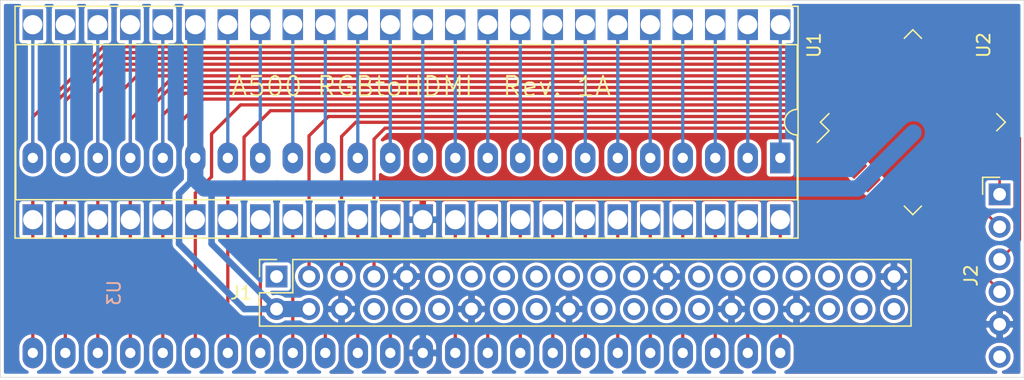
<source format=kicad_pcb>
(kicad_pcb (version 20171130) (host pcbnew "(5.1.6-0)")
  (layers (0 F.Cu signal) (31 B.Cu signal) (34 B.Paste user) (35 F.Paste user) (36 B.SilkS user) (37 F.SilkS user) (38 B.Mask user) (39 F.Mask user) (44 Edge.Cuts user))
  (net 0 "")
  (net 1 VCC)
  (net 2 D0)
  (net 3 D1)
  (net 4 D2)
  (net 5 D3)
  (net 6 D4)
  (net 7 D5)
  (net 8 D6)
  (net 9 BURST)
  (net 10 RGA1)
  (net 11 RGA2)
  (net 12 RGA3)
  (net 13 RGA4)
  (net 14 RGA5)
  (net 15 RGA6)
  (net 16 RGA7)
  (net 17 RGA8)
  (net 18 M0H)
  (net 19 M1H)
  (net 20 D7)
  (net 21 B0)
  (net 22 D8)
  (net 23 R3)
  (net 24 D9)
  (net 25 R2)
  (net 26 D10)
  (net 27 R1)
  (net 28 D11)
  (net 29 R0)
  (net 30 D12)
  (net 31 D13)
  (net 32 D14)
  (net 33 D15)
  (net 34 M1V)
  (net 35 M0V)
  (net 36 GND)
  (net 37 CCK)
  (net 38 C7M)
  (net 39 CDAC)
  (net 40 ZD)
  (net 41 CBL)
  (net 42 G3)
  (net 43 G2)
  (net 44 G1)
  (net 45 G0)
  (net 46 B3)
  (net 47 B2)
  (net 48 B1)
  (net 49 GPIO21)
  (net 50 GPIO20)
  (net 51 GPIO26)
  (net 52 GPIO16)
  (net 53 GPIO19)
  (net 54 GPIO13)
  (net 55 GPIO12)
  (net 56 GPIO6)
  (net 57 GPIO5)
  (net 58 GPIO1)
  (net 59 GPIO0)
  (net 60 GPIO7)
  (net 61 GPIO8)
  (net 62 GPIO11)
  (net 63 GPIO25)
  (net 64 GPIO9)
  (net 65 GPIO10)
  (net 66 GPIO24)
  (net 67 3V3)
  (net 68 GPIO23)
  (net 69 GPIO22)
  (net 70 GPIO27)
  (net 71 GPIO18)
  (net 72 GPIO17)
  (net 73 GPIO15)
  (net 74 GPIO14)
  (net 75 GPIO4)
  (net 76 GPIO3)
  (net 77 GPIO2)
  (net 78 "Net-(U2-Pad64)")
  (net 79 "Net-(U2-Pad63)")
  (net 80 "Net-(U2-Pad62)")
  (net 81 "Net-(U2-Pad61)")
  (net 82 "Net-(U2-Pad60)")
  (net 83 "Net-(U2-Pad59)")
  (net 84 "Net-(U2-Pad58)")
  (net 85 "Net-(U2-Pad57)")
  (net 86 "Net-(U2-Pad56)")
  (net 87 "Net-(U2-Pad52)")
  (net 88 "Net-(U2-Pad51)")
  (net 89 "Net-(U2-Pad50)")
  (net 90 "Net-(U2-Pad49)")
  (net 91 "Net-(U2-Pad48)")
  (net 92 "Net-(U2-Pad47)")
  (net 93 "Net-(U2-Pad46)")
  (net 94 "Net-(U2-Pad45)")
  (net 95 "Net-(U2-Pad44)")
  (net 96 "Net-(U2-Pad43)")
  (net 97 "Net-(U2-Pad42)")
  (net 98 "Net-(U2-Pad40)")
  (net 99 "Net-(U2-Pad39)")
  (net 100 "Net-(U2-Pad38)")
  (net 101 "Net-(U2-Pad36)")
  (net 102 "Net-(U2-Pad35)")
  (net 103 "Net-(U2-Pad34)")
  (net 104 "Net-(U2-Pad33)")
  (net 105 "Net-(U2-Pad32)")
  (net 106 "Net-(U2-Pad31)")
  (net 107 "Net-(U2-Pad27)")
  (net 108 "Net-(U2-Pad25)")
  (net 109 "Net-(U2-Pad24)")
  (net 110 "Net-(U2-Pad23)")
  (net 111 "Net-(U2-Pad22)")
  (net 112 "Net-(U2-Pad20)")
  (net 113 "Net-(U2-Pad19)")
  (net 114 "Net-(U2-Pad18)")
  (net 115 "Net-(U2-Pad17)")
  (net 116 "Net-(U2-Pad16)")
  (net 117 "Net-(U2-Pad15)")
  (net 118 "Net-(U2-Pad13)")
  (net 119 "Net-(U2-Pad12)")
  (net 120 "Net-(U2-Pad11)")
  (net 121 "Net-(U2-Pad10)")
  (net 122 "Net-(U2-Pad9)")
  (net 123 "Net-(U2-Pad8)")
  (net 124 "Net-(U2-Pad7)")
  (net 125 "Net-(U2-Pad6)")
  (net 126 "Net-(U2-Pad5)")
  (net 127 "Net-(U2-Pad4)")
  (net 128 "Net-(U2-Pad2)")
  (net 129 "Net-(U2-Pad1)")
  (net 130 TCK)
  (net 131 TDO)
  (net 132 TDI)
  (net 133 TMS)
  (net 134 "Net-(J1-Pad17)")
  (net 135 "Net-(J1-Pad1)")
  (module Connector_PinHeader_2.54mm:PinHeader_1x06_P2.54mm_Vertical (layer F.Cu) (at 205.105 90.9828)
    (fp_text reference J2 (at -2.2352 6.35 90) (layer F.SilkS))
    (fp_text value Conn_01x06 hide)
    (fp_line (start -1.33 -1.33) (end 0 -1.33) (layer F.SilkS) (width 0.12))
    (fp_line (start -1.33 0) (end -1.33 -1.33) (layer F.SilkS) (width 0.12))
    (pad 6 thru_hole oval (at 0 12.7) (size 1.7 1.7) (drill 1) (layers *.Cu *.Mask) (net 67 3V3))
    (pad 5 thru_hole oval (at 0 10.16) (size 1.7 1.7) (drill 1) (layers *.Cu *.Mask) (net 36 GND))
    (pad 4 thru_hole oval (at 0 7.62) (size 1.7 1.7) (drill 1) (layers *.Cu *.Mask) (net 130 TCK))
    (pad 3 thru_hole oval (at 0 5.08) (size 1.7 1.7) (drill 1) (layers *.Cu *.Mask) (net 131 TDO))
    (pad 2 thru_hole oval (at 0 2.54) (size 1.7 1.7) (drill 1) (layers *.Cu *.Mask) (net 132 TDI))
    (pad 1 thru_hole rect (at 0 0) (size 1.7 1.7) (drill 1) (layers *.Cu *.Mask) (net 133 TMS))
  )
  (module Package_QFP:TQFP-64_10x10mm_P0.5mm (layer F.Cu) (at 198.3232 85.344 45)
    (fp_text reference U2 (at 8.172033 -0.34125 90) (layer F.SilkS))
    (fp_text value XC9572XL-VQ64 hide)
    (fp_line (start -4.16 -5.11) (end -5.11 -5.11) (layer F.SilkS) (width 0.12))
    (fp_line (start -5.11 -5.11) (end -5.11 -4.16) (layer F.SilkS) (width 0.12))
    (fp_line (start 4.16 -5.11) (end 5.11 -5.11) (layer F.SilkS) (width 0.12))
    (fp_line (start 5.11 -5.11) (end 5.11 -4.16) (layer F.SilkS) (width 0.12))
    (fp_line (start -4.16 5.11) (end -5.11 5.11) (layer F.SilkS) (width 0.12))
    (fp_line (start -5.11 5.11) (end -5.11 4.16) (layer F.SilkS) (width 0.12))
    (fp_line (start 4.16 5.11) (end 5.11 5.11) (layer F.SilkS) (width 0.12))
    (fp_line (start 5.11 5.11) (end 5.11 4.16) (layer F.SilkS) (width 0.12))
    (fp_line (start -5.11 -4.16) (end -6.4 -4.16) (layer F.SilkS) (width 0.12))
    (pad 64 smd roundrect (at -3.75 -5.6625 45) (size 0.3 1.475) (layers F.Cu F.Paste F.Mask) (net 78 "Net-(U2-Pad64)"))
    (pad 63 smd roundrect (at -3.25 -5.6625 45) (size 0.3 1.475) (layers F.Cu F.Paste F.Mask) (net 79 "Net-(U2-Pad63)"))
    (pad 62 smd roundrect (at -2.75 -5.6625 45) (size 0.3 1.475) (layers F.Cu F.Paste F.Mask) (net 80 "Net-(U2-Pad62)"))
    (pad 61 smd roundrect (at -2.25 -5.6625 45) (size 0.3 1.475) (layers F.Cu F.Paste F.Mask) (net 81 "Net-(U2-Pad61)"))
    (pad 60 smd roundrect (at -1.75 -5.6625 45) (size 0.3 1.475) (layers F.Cu F.Paste F.Mask) (net 82 "Net-(U2-Pad60)"))
    (pad 59 smd roundrect (at -1.25 -5.6625 45) (size 0.3 1.475) (layers F.Cu F.Paste F.Mask) (net 83 "Net-(U2-Pad59)"))
    (pad 58 smd roundrect (at -0.75 -5.6625 45) (size 0.3 1.475) (layers F.Cu F.Paste F.Mask) (net 84 "Net-(U2-Pad58)"))
    (pad 57 smd roundrect (at -0.25 -5.6625 45) (size 0.3 1.475) (layers F.Cu F.Paste F.Mask) (net 85 "Net-(U2-Pad57)"))
    (pad 56 smd roundrect (at 0.25 -5.6625 45) (size 0.3 1.475) (layers F.Cu F.Paste F.Mask) (net 86 "Net-(U2-Pad56)"))
    (pad 55 smd roundrect (at 0.75 -5.6625 45) (size 0.3 1.475) (layers F.Cu F.Paste F.Mask) (net 67 3V3))
    (pad 54 smd roundrect (at 1.25 -5.6625 45) (size 0.3 1.475) (layers F.Cu F.Paste F.Mask) (net 36 GND))
    (pad 53 smd roundrect (at 1.75 -5.6625 45) (size 0.3 1.475) (layers F.Cu F.Paste F.Mask) (net 131 TDO))
    (pad 52 smd roundrect (at 2.25 -5.6625 45) (size 0.3 1.475) (layers F.Cu F.Paste F.Mask) (net 87 "Net-(U2-Pad52)"))
    (pad 51 smd roundrect (at 2.75 -5.6625 45) (size 0.3 1.475) (layers F.Cu F.Paste F.Mask) (net 88 "Net-(U2-Pad51)"))
    (pad 50 smd roundrect (at 3.25 -5.6625 45) (size 0.3 1.475) (layers F.Cu F.Paste F.Mask) (net 89 "Net-(U2-Pad50)"))
    (pad 49 smd roundrect (at 3.75 -5.6625 45) (size 0.3 1.475) (layers F.Cu F.Paste F.Mask) (net 90 "Net-(U2-Pad49)"))
    (pad 48 smd roundrect (at 5.6625 -3.75 45) (size 1.475 0.3) (layers F.Cu F.Paste F.Mask) (net 91 "Net-(U2-Pad48)"))
    (pad 47 smd roundrect (at 5.6625 -3.25 45) (size 1.475 0.3) (layers F.Cu F.Paste F.Mask) (net 92 "Net-(U2-Pad47)"))
    (pad 46 smd roundrect (at 5.6625 -2.75 45) (size 1.475 0.3) (layers F.Cu F.Paste F.Mask) (net 93 "Net-(U2-Pad46)"))
    (pad 45 smd roundrect (at 5.6625 -2.25 45) (size 1.475 0.3) (layers F.Cu F.Paste F.Mask) (net 94 "Net-(U2-Pad45)"))
    (pad 44 smd roundrect (at 5.6625 -1.75 45) (size 1.475 0.3) (layers F.Cu F.Paste F.Mask) (net 95 "Net-(U2-Pad44)"))
    (pad 43 smd roundrect (at 5.6625 -1.25 45) (size 1.475 0.3) (layers F.Cu F.Paste F.Mask) (net 96 "Net-(U2-Pad43)"))
    (pad 42 smd roundrect (at 5.6625 -0.75 45) (size 1.475 0.3) (layers F.Cu F.Paste F.Mask) (net 97 "Net-(U2-Pad42)"))
    (pad 41 smd roundrect (at 5.6625 -0.25 45) (size 1.475 0.3) (layers F.Cu F.Paste F.Mask) (net 36 GND))
    (pad 40 smd roundrect (at 5.6625 0.25 45) (size 1.475 0.3) (layers F.Cu F.Paste F.Mask) (net 98 "Net-(U2-Pad40)"))
    (pad 39 smd roundrect (at 5.6625 0.75 45) (size 1.475 0.3) (layers F.Cu F.Paste F.Mask) (net 99 "Net-(U2-Pad39)"))
    (pad 38 smd roundrect (at 5.6625 1.25 45) (size 1.475 0.3) (layers F.Cu F.Paste F.Mask) (net 100 "Net-(U2-Pad38)"))
    (pad 37 smd roundrect (at 5.6625 1.75 45) (size 1.475 0.3) (layers F.Cu F.Paste F.Mask) (net 67 3V3))
    (pad 36 smd roundrect (at 5.6625 2.25 45) (size 1.475 0.3) (layers F.Cu F.Paste F.Mask) (net 101 "Net-(U2-Pad36)"))
    (pad 35 smd roundrect (at 5.6625 2.75 45) (size 1.475 0.3) (layers F.Cu F.Paste F.Mask) (net 102 "Net-(U2-Pad35)"))
    (pad 34 smd roundrect (at 5.6625 3.25 45) (size 1.475 0.3) (layers F.Cu F.Paste F.Mask) (net 103 "Net-(U2-Pad34)"))
    (pad 33 smd roundrect (at 5.6625 3.75 45) (size 1.475 0.3) (layers F.Cu F.Paste F.Mask) (net 104 "Net-(U2-Pad33)"))
    (pad 32 smd roundrect (at 3.75 5.6625 45) (size 0.3 1.475) (layers F.Cu F.Paste F.Mask) (net 105 "Net-(U2-Pad32)"))
    (pad 31 smd roundrect (at 3.25 5.6625 45) (size 0.3 1.475) (layers F.Cu F.Paste F.Mask) (net 106 "Net-(U2-Pad31)"))
    (pad 30 smd roundrect (at 2.75 5.6625 45) (size 0.3 1.475) (layers F.Cu F.Paste F.Mask) (net 130 TCK))
    (pad 29 smd roundrect (at 2.25 5.6625 45) (size 0.3 1.475) (layers F.Cu F.Paste F.Mask) (net 133 TMS))
    (pad 28 smd roundrect (at 1.75 5.6625 45) (size 0.3 1.475) (layers F.Cu F.Paste F.Mask) (net 132 TDI))
    (pad 27 smd roundrect (at 1.25 5.6625 45) (size 0.3 1.475) (layers F.Cu F.Paste F.Mask) (net 107 "Net-(U2-Pad27)"))
    (pad 26 smd roundrect (at 0.75 5.6625 45) (size 0.3 1.475) (layers F.Cu F.Paste F.Mask) (net 67 3V3))
    (pad 25 smd roundrect (at 0.25 5.6625 45) (size 0.3 1.475) (layers F.Cu F.Paste F.Mask) (net 108 "Net-(U2-Pad25)"))
    (pad 24 smd roundrect (at -0.25 5.6625 45) (size 0.3 1.475) (layers F.Cu F.Paste F.Mask) (net 109 "Net-(U2-Pad24)"))
    (pad 23 smd roundrect (at -0.75 5.6625 45) (size 0.3 1.475) (layers F.Cu F.Paste F.Mask) (net 110 "Net-(U2-Pad23)"))
    (pad 22 smd roundrect (at -1.25 5.6625 45) (size 0.3 1.475) (layers F.Cu F.Paste F.Mask) (net 111 "Net-(U2-Pad22)"))
    (pad 21 smd roundrect (at -1.75 5.6625 45) (size 0.3 1.475) (layers F.Cu F.Paste F.Mask) (net 36 GND))
    (pad 20 smd roundrect (at -2.25 5.6625 45) (size 0.3 1.475) (layers F.Cu F.Paste F.Mask) (net 112 "Net-(U2-Pad20)"))
    (pad 19 smd roundrect (at -2.75 5.6625 45) (size 0.3 1.475) (layers F.Cu F.Paste F.Mask) (net 113 "Net-(U2-Pad19)"))
    (pad 18 smd roundrect (at -3.25 5.6625 45) (size 0.3 1.475) (layers F.Cu F.Paste F.Mask) (net 114 "Net-(U2-Pad18)"))
    (pad 17 smd roundrect (at -3.75 5.6625 45) (size 0.3 1.475) (layers F.Cu F.Paste F.Mask) (net 115 "Net-(U2-Pad17)"))
    (pad 16 smd roundrect (at -5.6625 3.75 45) (size 1.475 0.3) (layers F.Cu F.Paste F.Mask) (net 116 "Net-(U2-Pad16)"))
    (pad 15 smd roundrect (at -5.6625 3.25 45) (size 1.475 0.3) (layers F.Cu F.Paste F.Mask) (net 117 "Net-(U2-Pad15)"))
    (pad 14 smd roundrect (at -5.6625 2.75 45) (size 1.475 0.3) (layers F.Cu F.Paste F.Mask) (net 36 GND))
    (pad 13 smd roundrect (at -5.6625 2.25 45) (size 1.475 0.3) (layers F.Cu F.Paste F.Mask) (net 118 "Net-(U2-Pad13)"))
    (pad 12 smd roundrect (at -5.6625 1.75 45) (size 1.475 0.3) (layers F.Cu F.Paste F.Mask) (net 119 "Net-(U2-Pad12)"))
    (pad 11 smd roundrect (at -5.6625 1.25 45) (size 1.475 0.3) (layers F.Cu F.Paste F.Mask) (net 120 "Net-(U2-Pad11)"))
    (pad 10 smd roundrect (at -5.6625 0.75 45) (size 1.475 0.3) (layers F.Cu F.Paste F.Mask) (net 121 "Net-(U2-Pad10)"))
    (pad 9 smd roundrect (at -5.6625 0.25 45) (size 1.475 0.3) (layers F.Cu F.Paste F.Mask) (net 122 "Net-(U2-Pad9)"))
    (pad 8 smd roundrect (at -5.6625 -0.25 45) (size 1.475 0.3) (layers F.Cu F.Paste F.Mask) (net 123 "Net-(U2-Pad8)"))
    (pad 7 smd roundrect (at -5.6625 -0.75 45) (size 1.475 0.3) (layers F.Cu F.Paste F.Mask) (net 124 "Net-(U2-Pad7)"))
    (pad 6 smd roundrect (at -5.6625 -1.25 45) (size 1.475 0.3) (layers F.Cu F.Paste F.Mask) (net 125 "Net-(U2-Pad6)"))
    (pad 5 smd roundrect (at -5.6625 -1.75 45) (size 1.475 0.3) (layers F.Cu F.Paste F.Mask) (net 126 "Net-(U2-Pad5)"))
    (pad 4 smd roundrect (at -5.6625 -2.25 45) (size 1.475 0.3) (layers F.Cu F.Paste F.Mask) (net 127 "Net-(U2-Pad4)"))
    (pad 3 smd roundrect (at -5.6625 -2.75 45) (size 1.475 0.3) (layers F.Cu F.Paste F.Mask) (net 67 3V3))
    (pad 2 smd roundrect (at -5.6625 -3.25 45) (size 1.475 0.3) (layers F.Cu F.Paste F.Mask) (net 128 "Net-(U2-Pad2)"))
    (pad 1 smd roundrect (at -5.6625 -3.75 45) (size 1.475 0.3) (layers F.Cu F.Paste F.Mask) (net 129 "Net-(U2-Pad1)"))
  )
  (module Package_DIP:DIP-48_W15.24mm_Socket_LongPads (layer F.Cu) (at 187.96 77.724 270)
    (fp_text reference U1 (at 1.6002 -2.6416 270) (layer F.SilkS))
    (fp_text value Denise_Socket hide)
    (fp_line (start 6.62 -1.33) (end 1.56 -1.33) (layer F.SilkS) (width 0.12))
    (fp_line (start 1.56 -1.33) (end 1.56 59.75) (layer F.SilkS) (width 0.12))
    (fp_line (start 1.56 59.75) (end 13.68 59.75) (layer F.SilkS) (width 0.12))
    (fp_line (start 13.68 59.75) (end 13.68 -1.33) (layer F.SilkS) (width 0.12))
    (fp_line (start 13.68 -1.33) (end 8.62 -1.33) (layer F.SilkS) (width 0.12))
    (fp_line (start -1.44 -1.39) (end -1.44 59.81) (layer F.SilkS) (width 0.12))
    (fp_line (start -1.44 59.81) (end 16.68 59.81) (layer F.SilkS) (width 0.12))
    (fp_line (start 16.68 59.81) (end 16.68 -1.39) (layer F.SilkS) (width 0.12))
    (fp_line (start 16.68 -1.39) (end -1.44 -1.39) (layer F.SilkS) (width 0.12))
    (fp_arc (start 7.62 -1.33) (end 6.62 -1.33) (angle -180) (layer F.SilkS) (width 0.12))
    (pad 48 thru_hole rect (at 15.24 0 270) (size 2.4 1.6) (drill 1.5) (layers *.Cu *.Mask) (net 20 D7))
    (pad 24 thru_hole rect (at 0 58.42 270) (size 2.4 1.6) (drill 1.5) (layers *.Cu *.Mask) (net 21 B0))
    (pad 47 thru_hole rect (at 15.24 2.54 270) (size 2.4 1.6) (drill 1.5) (layers *.Cu *.Mask) (net 22 D8))
    (pad 23 thru_hole rect (at 0 55.88 270) (size 2.4 1.6) (drill 1.5) (layers *.Cu *.Mask) (net 23 R3))
    (pad 46 thru_hole rect (at 15.24 5.08 270) (size 2.4 1.6) (drill 1.5) (layers *.Cu *.Mask) (net 24 D9))
    (pad 22 thru_hole rect (at 0 53.34 270) (size 2.4 1.6) (drill 1.5) (layers *.Cu *.Mask) (net 25 R2))
    (pad 45 thru_hole rect (at 15.24 7.62 270) (size 2.4 1.6) (drill 1.5) (layers *.Cu *.Mask) (net 26 D10))
    (pad 21 thru_hole rect (at 0 50.8 270) (size 2.4 1.6) (drill 1.5) (layers *.Cu *.Mask) (net 27 R1))
    (pad 44 thru_hole rect (at 15.24 10.16 270) (size 2.4 1.6) (drill 1.5) (layers *.Cu *.Mask) (net 28 D11))
    (pad 20 thru_hole rect (at 0 48.26 270) (size 2.4 1.6) (drill 1.5) (layers *.Cu *.Mask) (net 29 R0))
    (pad 43 thru_hole rect (at 15.24 12.7 270) (size 2.4 1.6) (drill 1.5) (layers *.Cu *.Mask) (net 30 D12))
    (pad 19 thru_hole rect (at 0 45.72 270) (size 2.4 1.6) (drill 1.5) (layers *.Cu *.Mask) (net 1 VCC))
    (pad 42 thru_hole rect (at 15.24 15.24 270) (size 2.4 1.6) (drill 1.5) (layers *.Cu *.Mask) (net 31 D13))
    (pad 18 thru_hole rect (at 0 43.18 270) (size 2.4 1.6) (drill 1.5) (layers *.Cu *.Mask) (net 9 BURST))
    (pad 41 thru_hole rect (at 15.24 17.78 270) (size 2.4 1.6) (drill 1.5) (layers *.Cu *.Mask) (net 32 D14))
    (pad 17 thru_hole rect (at 0 40.64 270) (size 2.4 1.6) (drill 1.5) (layers *.Cu *.Mask) (net 10 RGA1))
    (pad 40 thru_hole rect (at 15.24 20.32 270) (size 2.4 1.6) (drill 1.5) (layers *.Cu *.Mask) (net 33 D15))
    (pad 16 thru_hole rect (at 0 38.1 270) (size 2.4 1.6) (drill 1.5) (layers *.Cu *.Mask) (net 11 RGA2))
    (pad 39 thru_hole rect (at 15.24 22.86 270) (size 2.4 1.6) (drill 1.5) (layers *.Cu *.Mask) (net 34 M1V))
    (pad 15 thru_hole rect (at 0 35.56 270) (size 2.4 1.6) (drill 1.5) (layers *.Cu *.Mask) (net 12 RGA3))
    (pad 38 thru_hole rect (at 15.24 25.4 270) (size 2.4 1.6) (drill 1.5) (layers *.Cu *.Mask) (net 35 M0V))
    (pad 14 thru_hole rect (at 0 33.02 270) (size 2.4 1.6) (drill 1.5) (layers *.Cu *.Mask) (net 13 RGA4))
    (pad 37 thru_hole rect (at 15.24 27.94 270) (size 2.4 1.6) (drill 1.5) (layers *.Cu *.Mask) (net 36 GND))
    (pad 13 thru_hole rect (at 0 30.48 270) (size 2.4 1.6) (drill 1.5) (layers *.Cu *.Mask) (net 14 RGA5))
    (pad 36 thru_hole rect (at 15.24 30.48 270) (size 2.4 1.6) (drill 1.5) (layers *.Cu *.Mask) (net 37 CCK))
    (pad 12 thru_hole rect (at 0 27.94 270) (size 2.4 1.6) (drill 1.5) (layers *.Cu *.Mask) (net 15 RGA6))
    (pad 35 thru_hole rect (at 15.24 33.02 270) (size 2.4 1.6) (drill 1.5) (layers *.Cu *.Mask) (net 38 C7M))
    (pad 11 thru_hole rect (at 0 25.4 270) (size 2.4 1.6) (drill 1.5) (layers *.Cu *.Mask) (net 16 RGA7))
    (pad 34 thru_hole rect (at 15.24 35.56 270) (size 2.4 1.6) (drill 1.5) (layers *.Cu *.Mask) (net 39 CDAC))
    (pad 10 thru_hole rect (at 0 22.86 270) (size 2.4 1.6) (drill 1.5) (layers *.Cu *.Mask) (net 17 RGA8))
    (pad 33 thru_hole rect (at 15.24 38.1 270) (size 2.4 1.6) (drill 1.5) (layers *.Cu *.Mask) (net 40 ZD))
    (pad 9 thru_hole rect (at 0 20.32 270) (size 2.4 1.6) (drill 1.5) (layers *.Cu *.Mask) (net 18 M0H))
    (pad 32 thru_hole rect (at 15.24 40.64 270) (size 2.4 1.6) (drill 1.5) (layers *.Cu *.Mask) (net 41 CBL))
    (pad 8 thru_hole rect (at 0 17.78 270) (size 2.4 1.6) (drill 1.5) (layers *.Cu *.Mask) (net 19 M1H))
    (pad 31 thru_hole rect (at 15.24 43.18 270) (size 2.4 1.6) (drill 1.5) (layers *.Cu *.Mask) (net 42 G3))
    (pad 7 thru_hole rect (at 0 15.24 270) (size 2.4 1.6) (drill 1.5) (layers *.Cu *.Mask) (net 2 D0))
    (pad 30 thru_hole rect (at 15.24 45.72 270) (size 2.4 1.6) (drill 1.5) (layers *.Cu *.Mask) (net 43 G2))
    (pad 6 thru_hole rect (at 0 12.7 270) (size 2.4 1.6) (drill 1.5) (layers *.Cu *.Mask) (net 3 D1))
    (pad 29 thru_hole rect (at 15.24 48.26 270) (size 2.4 1.6) (drill 1.5) (layers *.Cu *.Mask) (net 44 G1))
    (pad 5 thru_hole rect (at 0 10.16 270) (size 2.4 1.6) (drill 1.5) (layers *.Cu *.Mask) (net 4 D2))
    (pad 28 thru_hole rect (at 15.24 50.8 270) (size 2.4 1.6) (drill 1.5) (layers *.Cu *.Mask) (net 45 G0))
    (pad 4 thru_hole rect (at 0 7.62 270) (size 2.4 1.6) (drill 1.5) (layers *.Cu *.Mask) (net 5 D3))
    (pad 27 thru_hole rect (at 15.24 53.34 270) (size 2.4 1.6) (drill 1.5) (layers *.Cu *.Mask) (net 46 B3))
    (pad 3 thru_hole rect (at 0 5.08 270) (size 2.4 1.6) (drill 1.5) (layers *.Cu *.Mask) (net 6 D4))
    (pad 26 thru_hole rect (at 15.24 55.88 270) (size 2.4 1.6) (drill 1.5) (layers *.Cu *.Mask) (net 47 B2))
    (pad 2 thru_hole rect (at 0 2.54 270) (size 2.4 1.6) (drill 1.5) (layers *.Cu *.Mask) (net 7 D5))
    (pad 25 thru_hole rect (at 15.24 58.42 270) (size 2.4 1.6) (drill 1.5) (layers *.Cu *.Mask) (net 48 B1))
    (pad 1 thru_hole rect (at 0 0 270) (size 2.4 1.6) (drill 1.5) (layers *.Cu *.Mask) (net 8 D6))
  )
  (module Package_DIP:DIP-48_W15.24mm_LongPads (layer F.Cu) (at 187.96 88.138 270)
    (fp_text reference U3 (at 10.541 52.07 270) (layer B.SilkS) (effects (justify mirror)))
    (fp_text value Denise_MB_PinHeader hide)
    (pad 48 thru_hole oval (at 15.24 0 270) (size 2.4 1.6) (drill 0.8) (layers *.Cu *.Mask) (net 20 D7))
    (pad 24 thru_hole oval (at 0 58.42 270) (size 2.4 1.6) (drill 0.8) (layers *.Cu *.Mask) (net 21 B0))
    (pad 47 thru_hole oval (at 15.24 2.54 270) (size 2.4 1.6) (drill 0.8) (layers *.Cu *.Mask) (net 22 D8))
    (pad 23 thru_hole oval (at 0 55.88 270) (size 2.4 1.6) (drill 0.8) (layers *.Cu *.Mask) (net 23 R3))
    (pad 46 thru_hole oval (at 15.24 5.08 270) (size 2.4 1.6) (drill 0.8) (layers *.Cu *.Mask) (net 24 D9))
    (pad 22 thru_hole oval (at 0 53.34 270) (size 2.4 1.6) (drill 0.8) (layers *.Cu *.Mask) (net 25 R2))
    (pad 45 thru_hole oval (at 15.24 7.62 270) (size 2.4 1.6) (drill 0.8) (layers *.Cu *.Mask) (net 26 D10))
    (pad 21 thru_hole oval (at 0 50.8 270) (size 2.4 1.6) (drill 0.8) (layers *.Cu *.Mask) (net 27 R1))
    (pad 44 thru_hole oval (at 15.24 10.16 270) (size 2.4 1.6) (drill 0.8) (layers *.Cu *.Mask) (net 28 D11))
    (pad 20 thru_hole oval (at 0 48.26 270) (size 2.4 1.6) (drill 0.8) (layers *.Cu *.Mask) (net 29 R0))
    (pad 43 thru_hole oval (at 15.24 12.7 270) (size 2.4 1.6) (drill 0.8) (layers *.Cu *.Mask) (net 30 D12))
    (pad 19 thru_hole oval (at 0 45.72 270) (size 2.4 1.6) (drill 0.8) (layers *.Cu *.Mask) (net 1 VCC))
    (pad 42 thru_hole oval (at 15.24 15.24 270) (size 2.4 1.6) (drill 0.8) (layers *.Cu *.Mask) (net 31 D13))
    (pad 18 thru_hole oval (at 0 43.18 270) (size 2.4 1.6) (drill 0.8) (layers *.Cu *.Mask) (net 9 BURST))
    (pad 41 thru_hole oval (at 15.24 17.78 270) (size 2.4 1.6) (drill 0.8) (layers *.Cu *.Mask) (net 32 D14))
    (pad 17 thru_hole oval (at 0 40.64 270) (size 2.4 1.6) (drill 0.8) (layers *.Cu *.Mask) (net 10 RGA1))
    (pad 40 thru_hole oval (at 15.24 20.32 270) (size 2.4 1.6) (drill 0.8) (layers *.Cu *.Mask) (net 33 D15))
    (pad 16 thru_hole oval (at 0 38.1 270) (size 2.4 1.6) (drill 0.8) (layers *.Cu *.Mask) (net 11 RGA2))
    (pad 39 thru_hole oval (at 15.24 22.86 270) (size 2.4 1.6) (drill 0.8) (layers *.Cu *.Mask) (net 34 M1V))
    (pad 15 thru_hole oval (at 0 35.56 270) (size 2.4 1.6) (drill 0.8) (layers *.Cu *.Mask) (net 12 RGA3))
    (pad 38 thru_hole oval (at 15.24 25.4 270) (size 2.4 1.6) (drill 0.8) (layers *.Cu *.Mask) (net 35 M0V))
    (pad 14 thru_hole oval (at 0 33.02 270) (size 2.4 1.6) (drill 0.8) (layers *.Cu *.Mask) (net 13 RGA4))
    (pad 37 thru_hole oval (at 15.24 27.94 270) (size 2.4 1.6) (drill 0.8) (layers *.Cu *.Mask) (net 36 GND))
    (pad 13 thru_hole oval (at 0 30.48 270) (size 2.4 1.6) (drill 0.8) (layers *.Cu *.Mask) (net 14 RGA5))
    (pad 36 thru_hole oval (at 15.24 30.48 270) (size 2.4 1.6) (drill 0.8) (layers *.Cu *.Mask) (net 37 CCK))
    (pad 12 thru_hole oval (at 0 27.94 270) (size 2.4 1.6) (drill 0.8) (layers *.Cu *.Mask) (net 15 RGA6))
    (pad 35 thru_hole oval (at 15.24 33.02 270) (size 2.4 1.6) (drill 0.8) (layers *.Cu *.Mask) (net 38 C7M))
    (pad 11 thru_hole oval (at 0 25.4 270) (size 2.4 1.6) (drill 0.8) (layers *.Cu *.Mask) (net 16 RGA7))
    (pad 34 thru_hole oval (at 15.24 35.56 270) (size 2.4 1.6) (drill 0.8) (layers *.Cu *.Mask) (net 39 CDAC))
    (pad 10 thru_hole oval (at 0 22.86 270) (size 2.4 1.6) (drill 0.8) (layers *.Cu *.Mask) (net 17 RGA8))
    (pad 33 thru_hole oval (at 15.24 38.1 270) (size 2.4 1.6) (drill 0.8) (layers *.Cu *.Mask) (net 40 ZD))
    (pad 9 thru_hole oval (at 0 20.32 270) (size 2.4 1.6) (drill 0.8) (layers *.Cu *.Mask) (net 18 M0H))
    (pad 32 thru_hole oval (at 15.24 40.64 270) (size 2.4 1.6) (drill 0.8) (layers *.Cu *.Mask) (net 41 CBL))
    (pad 8 thru_hole oval (at 0 17.78 270) (size 2.4 1.6) (drill 0.8) (layers *.Cu *.Mask) (net 19 M1H))
    (pad 31 thru_hole oval (at 15.24 43.18 270) (size 2.4 1.6) (drill 0.8) (layers *.Cu *.Mask) (net 42 G3))
    (pad 7 thru_hole oval (at 0 15.24 270) (size 2.4 1.6) (drill 0.8) (layers *.Cu *.Mask) (net 2 D0))
    (pad 30 thru_hole oval (at 15.24 45.72 270) (size 2.4 1.6) (drill 0.8) (layers *.Cu *.Mask) (net 43 G2))
    (pad 6 thru_hole oval (at 0 12.7 270) (size 2.4 1.6) (drill 0.8) (layers *.Cu *.Mask) (net 3 D1))
    (pad 29 thru_hole oval (at 15.24 48.26 270) (size 2.4 1.6) (drill 0.8) (layers *.Cu *.Mask) (net 44 G1))
    (pad 5 thru_hole oval (at 0 10.16 270) (size 2.4 1.6) (drill 0.8) (layers *.Cu *.Mask) (net 4 D2))
    (pad 28 thru_hole oval (at 15.24 50.8 270) (size 2.4 1.6) (drill 0.8) (layers *.Cu *.Mask) (net 45 G0))
    (pad 4 thru_hole oval (at 0 7.62 270) (size 2.4 1.6) (drill 0.8) (layers *.Cu *.Mask) (net 5 D3))
    (pad 27 thru_hole oval (at 15.24 53.34 270) (size 2.4 1.6) (drill 0.8) (layers *.Cu *.Mask) (net 46 B3))
    (pad 3 thru_hole oval (at 0 5.08 270) (size 2.4 1.6) (drill 0.8) (layers *.Cu *.Mask) (net 6 D4))
    (pad 26 thru_hole oval (at 15.24 55.88 270) (size 2.4 1.6) (drill 0.8) (layers *.Cu *.Mask) (net 47 B2))
    (pad 2 thru_hole oval (at 0 2.54 270) (size 2.4 1.6) (drill 0.8) (layers *.Cu *.Mask) (net 7 D5))
    (pad 25 thru_hole oval (at 15.24 58.42 270) (size 2.4 1.6) (drill 0.8) (layers *.Cu *.Mask) (net 48 B1))
    (pad 1 thru_hole rect (at 0 0 270) (size 2.4 1.6) (drill 0.8) (layers *.Cu *.Mask) (net 8 D6))
  )
  (module Connector_PinSocket_2.54mm:PinSocket_2x20_P2.54mm_Vertical (layer F.Cu) (at 148.59 97.409 90)
    (fp_text reference J1 (at -1.27 -2.77 180) (layer F.SilkS))
    (fp_text value Conn_02x20_Odd_Even hide)
    (fp_line (start 0 -1.33) (end 1.33 -1.33) (layer F.SilkS) (width 0.12))
    (fp_line (start 1.33 -1.33) (end 1.33 0) (layer F.SilkS) (width 0.12))
    (fp_line (start -1.27 -1.33) (end -1.27 1.27) (layer F.SilkS) (width 0.12))
    (fp_line (start -1.27 1.27) (end 1.33 1.27) (layer F.SilkS) (width 0.12))
    (fp_line (start 1.33 1.27) (end 1.33 49.59) (layer F.SilkS) (width 0.12))
    (fp_line (start -3.87 49.59) (end 1.33 49.59) (layer F.SilkS) (width 0.12))
    (fp_line (start -3.87 -1.33) (end -3.87 49.59) (layer F.SilkS) (width 0.12))
    (fp_line (start -3.87 -1.33) (end -1.27 -1.33) (layer F.SilkS) (width 0.12))
    (pad 40 thru_hole oval (at -2.54 48.26 90) (size 1.7 1.7) (drill 1) (layers *.Cu *.Mask) (net 49 GPIO21))
    (pad 39 thru_hole oval (at 0 48.26 90) (size 1.7 1.7) (drill 1) (layers *.Cu *.Mask) (net 36 GND))
    (pad 38 thru_hole oval (at -2.54 45.72 90) (size 1.7 1.7) (drill 1) (layers *.Cu *.Mask) (net 50 GPIO20))
    (pad 37 thru_hole oval (at 0 45.72 90) (size 1.7 1.7) (drill 1) (layers *.Cu *.Mask) (net 51 GPIO26))
    (pad 36 thru_hole oval (at -2.54 43.18 90) (size 1.7 1.7) (drill 1) (layers *.Cu *.Mask) (net 52 GPIO16))
    (pad 35 thru_hole oval (at 0 43.18 90) (size 1.7 1.7) (drill 1) (layers *.Cu *.Mask) (net 53 GPIO19))
    (pad 34 thru_hole oval (at -2.54 40.64 90) (size 1.7 1.7) (drill 1) (layers *.Cu *.Mask) (net 36 GND))
    (pad 33 thru_hole oval (at 0 40.64 90) (size 1.7 1.7) (drill 1) (layers *.Cu *.Mask) (net 54 GPIO13))
    (pad 32 thru_hole oval (at -2.54 38.1 90) (size 1.7 1.7) (drill 1) (layers *.Cu *.Mask) (net 55 GPIO12))
    (pad 31 thru_hole oval (at 0 38.1 90) (size 1.7 1.7) (drill 1) (layers *.Cu *.Mask) (net 56 GPIO6))
    (pad 30 thru_hole oval (at -2.54 35.56 90) (size 1.7 1.7) (drill 1) (layers *.Cu *.Mask) (net 36 GND))
    (pad 29 thru_hole oval (at 0 35.56 90) (size 1.7 1.7) (drill 1) (layers *.Cu *.Mask) (net 57 GPIO5))
    (pad 28 thru_hole oval (at -2.54 33.02 90) (size 1.7 1.7) (drill 1) (layers *.Cu *.Mask) (net 58 GPIO1))
    (pad 27 thru_hole oval (at 0 33.02 90) (size 1.7 1.7) (drill 1) (layers *.Cu *.Mask) (net 59 GPIO0))
    (pad 26 thru_hole oval (at -2.54 30.48 90) (size 1.7 1.7) (drill 1) (layers *.Cu *.Mask) (net 60 GPIO7))
    (pad 25 thru_hole oval (at 0 30.48 90) (size 1.7 1.7) (drill 1) (layers *.Cu *.Mask) (net 36 GND))
    (pad 24 thru_hole oval (at -2.54 27.94 90) (size 1.7 1.7) (drill 1) (layers *.Cu *.Mask) (net 61 GPIO8))
    (pad 23 thru_hole oval (at 0 27.94 90) (size 1.7 1.7) (drill 1) (layers *.Cu *.Mask) (net 62 GPIO11))
    (pad 22 thru_hole oval (at -2.54 25.4 90) (size 1.7 1.7) (drill 1) (layers *.Cu *.Mask) (net 63 GPIO25))
    (pad 21 thru_hole oval (at 0 25.4 90) (size 1.7 1.7) (drill 1) (layers *.Cu *.Mask) (net 64 GPIO9))
    (pad 20 thru_hole oval (at -2.54 22.86 90) (size 1.7 1.7) (drill 1) (layers *.Cu *.Mask) (net 36 GND))
    (pad 19 thru_hole oval (at 0 22.86 90) (size 1.7 1.7) (drill 1) (layers *.Cu *.Mask) (net 65 GPIO10))
    (pad 18 thru_hole oval (at -2.54 20.32 90) (size 1.7 1.7) (drill 1) (layers *.Cu *.Mask) (net 66 GPIO24))
    (pad 17 thru_hole oval (at 0 20.32 90) (size 1.7 1.7) (drill 1) (layers *.Cu *.Mask) (net 134 "Net-(J1-Pad17)"))
    (pad 16 thru_hole oval (at -2.54 17.78 90) (size 1.7 1.7) (drill 1) (layers *.Cu *.Mask) (net 68 GPIO23))
    (pad 15 thru_hole oval (at 0 17.78 90) (size 1.7 1.7) (drill 1) (layers *.Cu *.Mask) (net 69 GPIO22))
    (pad 14 thru_hole oval (at -2.54 15.24 90) (size 1.7 1.7) (drill 1) (layers *.Cu *.Mask) (net 36 GND))
    (pad 13 thru_hole oval (at 0 15.24 90) (size 1.7 1.7) (drill 1) (layers *.Cu *.Mask) (net 70 GPIO27))
    (pad 12 thru_hole oval (at -2.54 12.7 90) (size 1.7 1.7) (drill 1) (layers *.Cu *.Mask) (net 71 GPIO18))
    (pad 11 thru_hole oval (at 0 12.7 90) (size 1.7 1.7) (drill 1) (layers *.Cu *.Mask) (net 72 GPIO17))
    (pad 10 thru_hole oval (at -2.54 10.16 90) (size 1.7 1.7) (drill 1) (layers *.Cu *.Mask) (net 73 GPIO15))
    (pad 9 thru_hole oval (at 0 10.16 90) (size 1.7 1.7) (drill 1) (layers *.Cu *.Mask) (net 36 GND))
    (pad 8 thru_hole oval (at -2.54 7.62 90) (size 1.7 1.7) (drill 1) (layers *.Cu *.Mask) (net 74 GPIO14))
    (pad 7 thru_hole oval (at 0 7.62 90) (size 1.7 1.7) (drill 1) (layers *.Cu *.Mask) (net 75 GPIO4))
    (pad 6 thru_hole oval (at -2.54 5.08 90) (size 1.7 1.7) (drill 1) (layers *.Cu *.Mask) (net 36 GND))
    (pad 5 thru_hole oval (at 0 5.08 90) (size 1.7 1.7) (drill 1) (layers *.Cu *.Mask) (net 76 GPIO3))
    (pad 4 thru_hole oval (at -2.54 2.54 90) (size 1.7 1.7) (drill 1) (layers *.Cu *.Mask) (net 1 VCC))
    (pad 3 thru_hole oval (at 0 2.54 90) (size 1.7 1.7) (drill 1) (layers *.Cu *.Mask) (net 77 GPIO2))
    (pad 2 thru_hole oval (at -2.54 0 90) (size 1.7 1.7) (drill 1) (layers *.Cu *.Mask) (net 1 VCC))
    (pad 1 thru_hole rect (at 0 0 90) (size 1.7 1.7) (drill 1) (layers *.Cu *.Mask) (net 135 "Net-(J1-Pad1)"))
  )
  (gr_line (start 127 105.283) (end 207.01 105.283) (layer Edge.Cuts) (width 0.05))
  (gr_line (start 207.01 75.819) (end 207.01 105.283) (layer Edge.Cuts) (width 0.05))
  (gr_line (start 127 75.819) (end 207.01 75.819) (layer Edge.Cuts) (width 0.05))
  (gr_line (start 127 75.819) (end 127 105.283) (layer Edge.Cuts) (width 0.05))
  (gr_text "A500 RGBtoHDMI  Rev. 1A" (at 159.893 82.55) (layer F.SilkS) (effects (font (size 1.5 1.5))))
  (segment (start 151.13 99.949) (end 148.59 99.949) (width 1.27) (layer B.Cu) (net 1))
  (segment (start 141.986 88.392) (end 142.24 88.138) (width 0.508) (layer B.Cu) (net 1))
  (segment (start 140.97 90.932) (end 141.986 89.916) (width 0.508) (layer B.Cu) (net 1))
  (segment (start 140.97 94.846202) (end 140.97 90.932) (width 0.508) (layer B.Cu) (net 1))
  (segment (start 146.072798 99.949) (end 140.97 94.846202) (width 0.508) (layer B.Cu) (net 1))
  (segment (start 148.59 99.949) (end 146.072798 99.949) (width 0.508) (layer B.Cu) (net 1))
  (segment (start 142.494 89.916) (end 143.51 90.932) (width 0.508) (layer B.Cu) (net 1))
  (segment (start 143.51 94.846202) (end 148.59 99.926202) (width 0.508) (layer B.Cu) (net 1))
  (segment (start 143.51 90.932) (end 143.51 94.846202) (width 0.508) (layer B.Cu) (net 1))
  (segment (start 148.59 99.926202) (end 148.59 99.949) (width 0.508) (layer B.Cu) (net 1))
  (segment (start 142.24 88.138) (end 142.494 88.392) (width 0.508) (layer B.Cu) (net 1))
  (segment (start 140.97 90.932) (end 142.494 89.408) (width 0.508) (layer B.Cu) (net 1))
  (segment (start 142.494 89.408) (end 142.494 89.916) (width 0.508) (layer B.Cu) (net 1))
  (segment (start 142.494 88.392) (end 142.494 89.408) (width 0.508) (layer B.Cu) (net 1))
  (segment (start 141.986 89.408) (end 141.986 88.392) (width 0.508) (layer B.Cu) (net 1))
  (segment (start 141.986 89.916) (end 141.986 89.408) (width 0.508) (layer B.Cu) (net 1))
  (segment (start 143.51 90.932) (end 141.986 89.408) (width 0.508) (layer B.Cu) (net 1))
  (segment (start 142.24 88.138) (end 142.24 77.724) (width 1.27) (layer B.Cu) (net 1))
  (segment (start 142.9512 90.5256) (end 145.3388 90.5256) (width 1.27) (layer B.Cu) (net 1))
  (segment (start 145.3388 90.5256) (end 148.6408 90.5256) (width 1.27) (layer B.Cu) (net 1))
  (segment (start 142.24 89.8144) (end 142.9512 90.5256) (width 1.27) (layer B.Cu) (net 1))
  (segment (start 142.24 88.138) (end 142.24 89.8144) (width 1.27) (layer B.Cu) (net 1))
  (segment (start 148.6408 90.5256) (end 194.0052 90.5256) (width 1.27) (layer B.Cu) (net 1))
  (segment (start 194.0052 90.5256) (end 198.374 86.1568) (width 1.27) (layer B.Cu) (net 1))
  (segment (start 172.72 77.724) (end 172.72 88.138) (width 0.254) (layer B.Cu) (net 2))
  (segment (start 175.26 77.724) (end 175.26 88.138) (width 0.254) (layer B.Cu) (net 3))
  (segment (start 177.8 77.724) (end 177.8 88.138) (width 0.254) (layer B.Cu) (net 4))
  (segment (start 180.34 77.724) (end 180.34 88.138) (width 0.254) (layer B.Cu) (net 5))
  (segment (start 182.88 77.724) (end 182.88 88.138) (width 0.254) (layer B.Cu) (net 6))
  (segment (start 185.42 77.724) (end 185.42 88.138) (width 0.254) (layer B.Cu) (net 7))
  (segment (start 187.96 77.724) (end 187.96 88.138) (width 0.254) (layer B.Cu) (net 8))
  (segment (start 144.78 77.724) (end 144.78 88.138) (width 0.254) (layer B.Cu) (net 9))
  (segment (start 147.32 77.724) (end 147.32 88.138) (width 0.254) (layer B.Cu) (net 10))
  (segment (start 149.86 77.724) (end 149.86 88.138) (width 0.254) (layer B.Cu) (net 11))
  (segment (start 152.4 77.724) (end 152.4 88.138) (width 0.254) (layer B.Cu) (net 12))
  (segment (start 154.94 77.724) (end 154.94 88.138) (width 0.254) (layer B.Cu) (net 13))
  (segment (start 157.48 77.724) (end 157.48 88.138) (width 0.254) (layer B.Cu) (net 14))
  (segment (start 160.02 77.724) (end 160.02 88.138) (width 0.254) (layer B.Cu) (net 15))
  (segment (start 162.56 77.724) (end 162.56 88.138) (width 0.254) (layer B.Cu) (net 16))
  (segment (start 165.1 77.724) (end 165.1 88.138) (width 0.254) (layer B.Cu) (net 17))
  (segment (start 167.64 77.724) (end 167.64 88.138) (width 0.254) (layer B.Cu) (net 18))
  (segment (start 170.18 77.724) (end 170.18 88.138) (width 0.254) (layer B.Cu) (net 19))
  (segment (start 187.96 103.378) (end 187.96 92.964) (width 0.254) (layer F.Cu) (net 20))
  (segment (start 129.54 77.724) (end 129.54 88.138) (width 0.254) (layer B.Cu) (net 21))
  (segment (start 129.54 88.138) (end 129.54 84.9376) (width 0.254) (layer F.Cu) (net 21))
  (segment (start 129.54 84.9376) (end 135.0264 79.4512) (width 0.254) (layer F.Cu) (net 21))
  (segment (start 135.0264 79.4512) (end 190.246 79.4512) (width 0.254) (layer F.Cu) (net 21))
  (segment (start 185.42 103.378) (end 185.42 92.964) (width 0.254) (layer F.Cu) (net 22))
  (segment (start 132.08 77.724) (end 132.08 88.138) (width 0.254) (layer B.Cu) (net 23))
  (segment (start 132.08 88.138) (end 132.08 83.681732) (width 0.254) (layer F.Cu) (net 23))
  (segment (start 132.08 83.681732) (end 135.402512 80.35922) (width 0.254) (layer F.Cu) (net 23))
  (segment (start 135.402512 80.35922) (end 190.1444 80.35922) (width 0.254) (layer F.Cu) (net 23))
  (segment (start 182.88 103.378) (end 182.88 92.964) (width 0.254) (layer F.Cu) (net 24))
  (segment (start 134.62 77.724) (end 134.62 88.138) (width 0.254) (layer B.Cu) (net 25))
  (segment (start 134.62 88.138) (end 134.62 83.058) (width 0.254) (layer F.Cu) (net 25))
  (segment (start 134.62 83.058) (end 136.41076 81.26724) (width 0.254) (layer F.Cu) (net 25))
  (segment (start 136.41076 81.26724) (end 190.246 81.26724) (width 0.254) (layer F.Cu) (net 25))
  (segment (start 180.34 103.378) (end 180.34 92.964) (width 0.254) (layer F.Cu) (net 26))
  (segment (start 137.16 77.724) (end 137.16 88.138) (width 0.254) (layer B.Cu) (net 27))
  (segment (start 137.16 88.138) (end 137.16 85.1408) (width 0.254) (layer F.Cu) (net 27))
  (segment (start 137.16 85.1408) (end 140.12554 82.17526) (width 0.254) (layer F.Cu) (net 27))
  (segment (start 140.12554 82.17526) (end 190.246 82.17526) (width 0.254) (layer F.Cu) (net 27))
  (segment (start 177.8 103.378) (end 177.8 92.964) (width 0.254) (layer F.Cu) (net 28))
  (segment (start 139.7 77.724) (end 139.7 88.138) (width 0.254) (layer B.Cu) (net 29))
  (segment (start 139.7 88.138) (end 139.7 84.7852) (width 0.254) (layer F.Cu) (net 29))
  (segment (start 139.7 84.7852) (end 141.40192 83.08328) (width 0.254) (layer F.Cu) (net 29))
  (segment (start 141.40192 83.08328) (end 190.246 83.08328) (width 0.254) (layer F.Cu) (net 29))
  (segment (start 175.26 103.378) (end 175.26 92.964) (width 0.254) (layer F.Cu) (net 30))
  (segment (start 172.72 103.378) (end 172.72 92.964) (width 0.254) (layer F.Cu) (net 31))
  (segment (start 170.18 103.378) (end 170.18 92.964) (width 0.254) (layer F.Cu) (net 32))
  (segment (start 167.64 103.378) (end 167.64 92.964) (width 0.254) (layer F.Cu) (net 33))
  (segment (start 165.1 103.378) (end 165.1 92.964) (width 0.254) (layer F.Cu) (net 34))
  (segment (start 162.56 103.378) (end 162.56 92.964) (width 0.254) (layer F.Cu) (net 35))
  (segment (start 157.48 103.378) (end 157.48 92.964) (width 0.254) (layer F.Cu) (net 37))
  (segment (start 154.94 103.378) (end 154.94 92.964) (width 0.254) (layer F.Cu) (net 38))
  (segment (start 152.4 103.378) (end 152.4 92.964) (width 0.254) (layer F.Cu) (net 39))
  (segment (start 149.86 103.378) (end 149.86 92.964) (width 0.254) (layer F.Cu) (net 40))
  (segment (start 147.32 103.378) (end 147.32 92.964) (width 0.254) (layer F.Cu) (net 41))
  (segment (start 144.78 92.964) (end 144.78 91.1352) (width 0.254) (layer F.Cu) (net 42))
  (segment (start 144.78 91.1352) (end 146.05 89.8652) (width 0.254) (layer F.Cu) (net 42))
  (segment (start 146.05 89.8652) (end 146.05 86.5124) (width 0.254) (layer F.Cu) (net 42))
  (segment (start 146.05 86.5124) (end 148.11709 84.44531) (width 0.254) (layer F.Cu) (net 42))
  (segment (start 148.11709 84.44531) (end 190.3476 84.44531) (width 0.254) (layer F.Cu) (net 42))
  (segment (start 144.78 103.378) (end 144.78 92.964) (width 0.254) (layer F.Cu) (net 42))
  (segment (start 142.24 92.964) (end 142.24 90.8812) (width 0.254) (layer F.Cu) (net 43))
  (segment (start 142.24 90.8812) (end 143.51 89.6112) (width 0.254) (layer F.Cu) (net 43))
  (segment (start 143.51 89.6112) (end 143.51 86.2584) (width 0.254) (layer F.Cu) (net 43))
  (segment (start 143.51 86.2584) (end 145.7771 83.9913) (width 0.254) (layer F.Cu) (net 43))
  (segment (start 145.7771 83.9913) (end 190.246 83.9913) (width 0.254) (layer F.Cu) (net 43))
  (segment (start 142.24 103.378) (end 142.24 92.964) (width 0.254) (layer F.Cu) (net 43))
  (segment (start 139.7 92.964) (end 139.7 91.0336) (width 0.254) (layer F.Cu) (net 44))
  (segment (start 139.7 91.0336) (end 140.97 89.7636) (width 0.254) (layer F.Cu) (net 44))
  (segment (start 140.97 89.7636) (end 140.97 85.4456) (width 0.254) (layer F.Cu) (net 44))
  (segment (start 140.97 85.4456) (end 142.87831 83.53729) (width 0.254) (layer F.Cu) (net 44))
  (segment (start 142.87831 83.53729) (end 190.2968 83.53729) (width 0.254) (layer F.Cu) (net 44))
  (segment (start 139.7 103.378) (end 139.7 92.964) (width 0.254) (layer F.Cu) (net 44))
  (segment (start 137.16 92.964) (end 137.16 91.0336) (width 0.254) (layer F.Cu) (net 45))
  (segment (start 137.16 91.0336) (end 138.43 89.7636) (width 0.254) (layer F.Cu) (net 45))
  (segment (start 138.43 89.7636) (end 138.43 84.512866) (width 0.254) (layer F.Cu) (net 45))
  (segment (start 138.43 84.512866) (end 140.313596 82.62927) (width 0.254) (layer F.Cu) (net 45))
  (segment (start 140.313596 82.62927) (end 190.246 82.62927) (width 0.254) (layer F.Cu) (net 45))
  (segment (start 137.16 103.378) (end 137.16 92.964) (width 0.254) (layer F.Cu) (net 45))
  (segment (start 134.62 92.964) (end 134.62 90.9828) (width 0.254) (layer F.Cu) (net 46))
  (segment (start 134.62 90.9828) (end 135.89 89.7128) (width 0.254) (layer F.Cu) (net 46))
  (segment (start 135.89 89.7128) (end 135.89 83.5152) (width 0.254) (layer F.Cu) (net 46))
  (segment (start 135.89 83.5152) (end 137.68395 81.72125) (width 0.254) (layer F.Cu) (net 46))
  (segment (start 137.68395 81.72125) (end 190.3476 81.72125) (width 0.254) (layer F.Cu) (net 46))
  (segment (start 134.62 103.378) (end 134.62 92.964) (width 0.254) (layer F.Cu) (net 46))
  (segment (start 132.08 92.964) (end 132.08 90.8304) (width 0.254) (layer F.Cu) (net 47))
  (segment (start 132.08 90.8304) (end 133.35 89.5604) (width 0.254) (layer F.Cu) (net 47))
  (segment (start 133.35 89.5604) (end 133.35 83.053798) (width 0.254) (layer F.Cu) (net 47))
  (segment (start 135.590568 80.81323) (end 190.50957 80.81323) (width 0.254) (layer F.Cu) (net 47))
  (segment (start 133.35 83.053798) (end 135.590568 80.81323) (width 0.254) (layer F.Cu) (net 47))
  (segment (start 132.08 103.378) (end 132.08 92.964) (width 0.254) (layer F.Cu) (net 47))
  (segment (start 129.54 92.964) (end 129.54 90.7796) (width 0.254) (layer F.Cu) (net 48))
  (segment (start 129.54 90.7796) (end 130.81 89.5096) (width 0.254) (layer F.Cu) (net 48))
  (segment (start 130.81 89.5096) (end 130.81 84.309666) (width 0.254) (layer F.Cu) (net 48))
  (segment (start 130.81 84.309666) (end 135.214456 79.90521) (width 0.254) (layer F.Cu) (net 48))
  (segment (start 135.214456 79.90521) (end 190.0936 79.90521) (width 0.254) (layer F.Cu) (net 48))
  (segment (start 129.54 103.378) (end 129.54 92.964) (width 0.254) (layer F.Cu) (net 48))
  (segment (start 156.21 97.409) (end 156.21 86.6648) (width 0.254) (layer F.Cu) (net 75))
  (segment (start 156.21 86.6648) (end 157.06746 85.80734) (width 0.254) (layer F.Cu) (net 75))
  (segment (start 157.06746 85.80734) (end 190.4492 85.80734) (width 0.254) (layer F.Cu) (net 75))
  (segment (start 153.67 97.409) (end 153.67 86.4616) (width 0.254) (layer F.Cu) (net 76))
  (segment (start 153.67 86.4616) (end 154.77827 85.35333) (width 0.254) (layer F.Cu) (net 76))
  (segment (start 154.77827 85.35333) (end 190.4492 85.35333) (width 0.254) (layer F.Cu) (net 76))
  (segment (start 151.13 97.409) (end 151.13 86.4108) (width 0.254) (layer F.Cu) (net 77))
  (segment (start 151.13 86.4108) (end 152.64148 84.89932) (width 0.254) (layer F.Cu) (net 77))
  (segment (start 152.64148 84.89932) (end 190.3984 84.89932) (width 0.254) (layer F.Cu) (net 77))
  (segment (start 203.9112 97.3074) (end 203.9112 95.377) (width 0.2032) (layer F.Cu) (net 130))
  (segment (start 203.9112 95.377) (end 204.4954 94.7928) (width 0.2032) (layer F.Cu) (net 130))
  (segment (start 205.2066 98.6028) (end 203.9112 97.3074) (width 0.2032) (layer F.Cu) (net 130))
  (segment (start 205.8416 94.7928) (end 206.28018 94.35422) (width 0.2032) (layer F.Cu) (net 130))
  (segment (start 204.4954 94.7928) (end 205.8416 94.7928) (width 0.2032) (layer F.Cu) (net 130))
  (segment (start 206.28018 89.411893) (end 204.271736 87.403449) (width 0.2032) (layer F.Cu) (net 130))
  (segment (start 206.28018 94.35422) (end 206.28018 89.411893) (width 0.2032) (layer F.Cu) (net 130))
  (segment (start 205.1558 96.0628) (end 206.68339 94.53521) (width 0.2032) (layer F.Cu) (net 131))
  (segment (start 206.68339 94.53521) (end 206.68339 86.59219) (width 0.2032) (layer F.Cu) (net 131))
  (segment (start 206.68339 86.59219) (end 205.4098 85.3186) (width 0.2032) (layer F.Cu) (net 131))
  (segment (start 200.772674 85.3186) (end 195.556645 80.102571) (width 0.2032) (layer F.Cu) (net 131))
  (segment (start 205.4098 85.3186) (end 200.772674 85.3186) (width 0.2032) (layer F.Cu) (net 131))
  (segment (start 203.564629 88.110555) (end 204.3176 88.863526) (width 0.2032) (layer F.Cu) (net 132))
  (segment (start 204.3176 88.863526) (end 204.3176 89.408) (width 0.2032) (layer F.Cu) (net 132))
  (segment (start 204.3176 89.408) (end 203.708 90.0176) (width 0.2032) (layer F.Cu) (net 132))
  (segment (start 203.708 92.1258) (end 205.105 93.5228) (width 0.2032) (layer F.Cu) (net 132))
  (segment (start 203.708 90.0176) (end 203.708 92.1258) (width 0.2032) (layer F.Cu) (net 132))
  (segment (start 205.105 88.94382) (end 203.918182 87.757002) (width 0.2032) (layer F.Cu) (net 133))
  (segment (start 205.105 90.9828) (end 205.105 88.94382) (width 0.2032) (layer F.Cu) (net 133))
  (zone (net 36) (net_name GND) (layer F.Cu) (connect_pads (clearance 0.254)) (min_thickness 0.254) (fill yes (arc_segments 32) (thermal_gap 0.254) (thermal_bridge_width 0.508))
    (polygon (pts (xy 207.01 105.283) (xy 127 105.283) (xy 127 75.819) (xy 207.01 75.819)))
  )
  (zone (net 36) (net_name GND) (layer B.Cu) (connect_pads (clearance 0.254)) (min_thickness 0.254) (fill yes (arc_segments 32) (thermal_gap 0.254) (thermal_bridge_width 0.508))
    (polygon (pts (xy 207.01 105.283) (xy 127 105.283) (xy 127 75.819) (xy 207.01 75.819)))
  )
)
</source>
